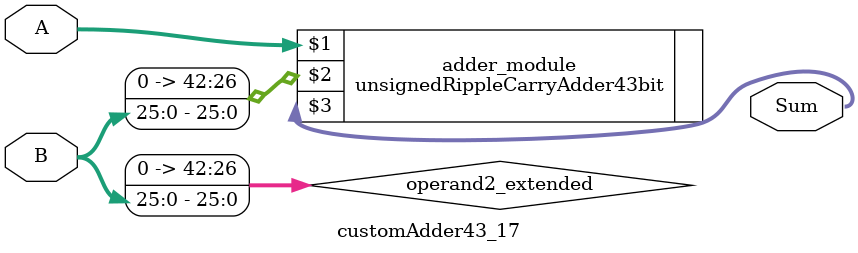
<source format=v>
module customAdder43_17(
                        input [42 : 0] A,
                        input [25 : 0] B,
                        
                        output [43 : 0] Sum
                );

        wire [42 : 0] operand2_extended;
        
        assign operand2_extended =  {17'b0, B};
        
        unsignedRippleCarryAdder43bit adder_module(
            A,
            operand2_extended,
            Sum
        );
        
        endmodule
        
</source>
